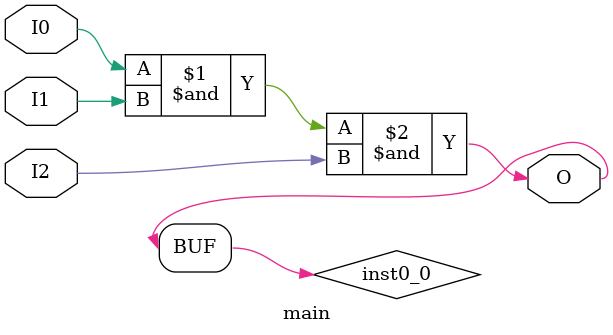
<source format=v>
module main (input  I0, input  I1, input  I2, output  O);
wire  inst0_0;
and inst0 (inst0_0, I0, I1, I2);
assign O = inst0_0;
endmodule


</source>
